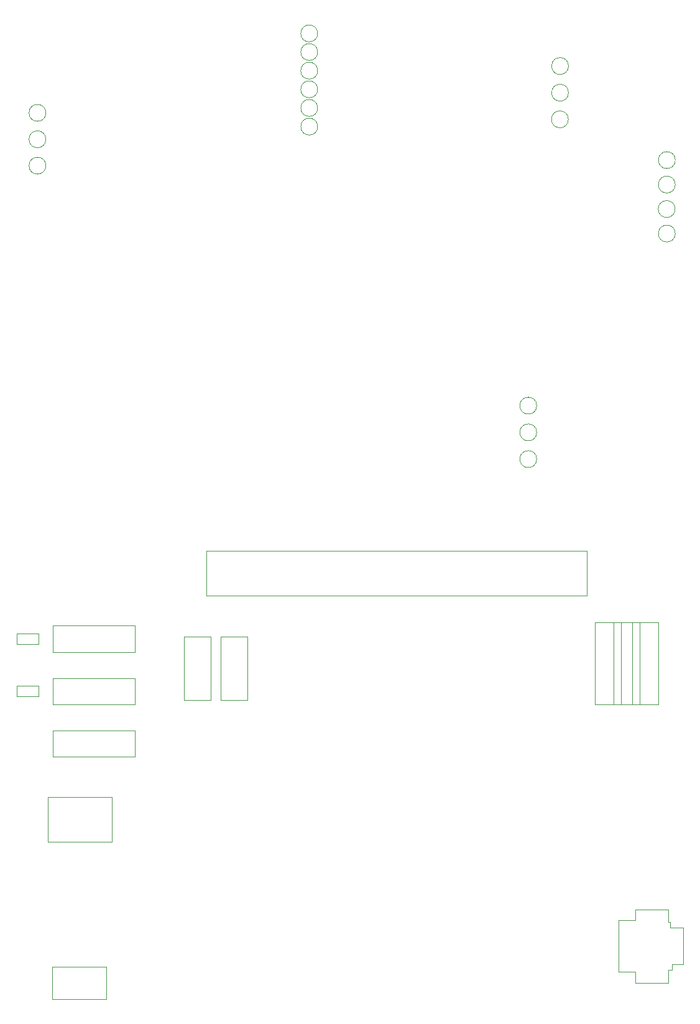
<source format=gbr>
G04 #@! TF.GenerationSoftware,KiCad,Pcbnew,(5.1.9)-1*
G04 #@! TF.CreationDate,2021-01-16T04:06:45-07:00*
G04 #@! TF.ProjectId,purplewizard-pogo,70757270-6c65-4776-997a-6172642d706f,1*
G04 #@! TF.SameCoordinates,PX774a7a0PYac0e4a0*
G04 #@! TF.FileFunction,Other,User*
%FSLAX46Y46*%
G04 Gerber Fmt 4.6, Leading zero omitted, Abs format (unit mm)*
G04 Created by KiCad (PCBNEW (5.1.9)-1) date 2021-01-16 04:06:45*
%MOMM*%
%LPD*%
G01*
G04 APERTURE LIST*
%ADD10C,0.120000*%
%ADD11C,0.050000*%
G04 APERTURE END LIST*
D10*
X90720000Y121710000D02*
G75*
G03*
X90720000Y121710000I-1150000J0D01*
G01*
X90720000Y118376667D02*
G75*
G03*
X90720000Y118376667I-1150000J0D01*
G01*
X90720000Y111710000D02*
G75*
G03*
X90720000Y111710000I-1150000J0D01*
G01*
X90700000Y115050000D02*
G75*
G03*
X90700000Y115050000I-1150000J0D01*
G01*
X42020000Y128808000D02*
G75*
G03*
X42020000Y128808000I-1150000J0D01*
G01*
X42020000Y136422000D02*
G75*
G03*
X42020000Y136422000I-1150000J0D01*
G01*
X42020000Y131346000D02*
G75*
G03*
X42020000Y131346000I-1150000J0D01*
G01*
X5008000Y128140000D02*
G75*
G03*
X5008000Y128140000I-1150000J0D01*
G01*
X42020000Y138960000D02*
G75*
G03*
X42020000Y138960000I-1150000J0D01*
G01*
X42020000Y133884000D02*
G75*
G03*
X42020000Y133884000I-1150000J0D01*
G01*
X42020000Y126270000D02*
G75*
G03*
X42020000Y126270000I-1150000J0D01*
G01*
X5008000Y120950000D02*
G75*
G03*
X5008000Y120950000I-1150000J0D01*
G01*
X5008000Y124545000D02*
G75*
G03*
X5008000Y124545000I-1150000J0D01*
G01*
X76160000Y127260000D02*
G75*
G03*
X76160000Y127260000I-1150000J0D01*
G01*
X76180000Y130890000D02*
G75*
G03*
X76180000Y130890000I-1150000J0D01*
G01*
X76180000Y134520000D02*
G75*
G03*
X76180000Y134520000I-1150000J0D01*
G01*
X71850000Y80990000D02*
G75*
G03*
X71850000Y80990000I-1150000J0D01*
G01*
X71850000Y84630000D02*
G75*
G03*
X71850000Y84630000I-1150000J0D01*
G01*
X71850000Y88270000D02*
G75*
G03*
X71850000Y88270000I-1150000J0D01*
G01*
D11*
X85280000Y9680000D02*
X89780000Y9680000D01*
X89780000Y9680000D02*
X89780000Y11430000D01*
X89780000Y11430000D02*
X90280000Y11430000D01*
X90280000Y11430000D02*
X90280000Y12180000D01*
X90280000Y12180000D02*
X91780000Y12180000D01*
X91780000Y12180000D02*
X91780000Y17180000D01*
X91780000Y17180000D02*
X90030000Y17180000D01*
X90030000Y17180000D02*
X90030000Y17930000D01*
X90030000Y17930000D02*
X89780000Y17930000D01*
X89780000Y17930000D02*
X89780000Y19680000D01*
X89780000Y19680000D02*
X85280000Y19680000D01*
X85280000Y19680000D02*
X85280000Y18180000D01*
X85280000Y18180000D02*
X83030000Y18180000D01*
X83030000Y18180000D02*
X83030000Y11180000D01*
X83030000Y11180000D02*
X85280000Y11180000D01*
X85280000Y11180000D02*
X85280000Y9680000D01*
X85280000Y9680000D02*
X85280000Y9680000D01*
X13240000Y7410000D02*
X13240000Y11860000D01*
X5840000Y7410000D02*
X13240000Y7410000D01*
X5840000Y11860000D02*
X5840000Y7410000D01*
X13240000Y11860000D02*
X5840000Y11860000D01*
X5955001Y40445001D02*
X17155001Y40445001D01*
X17155001Y40445001D02*
X17155001Y44045001D01*
X17155001Y44045001D02*
X5955001Y44045001D01*
X5955001Y44045001D02*
X5955001Y40445001D01*
X5955001Y51175001D02*
X5955001Y47575001D01*
X17155001Y51175001D02*
X5955001Y51175001D01*
X17155001Y47575001D02*
X17155001Y51175001D01*
X5955001Y47575001D02*
X17155001Y47575001D01*
X5955001Y58305001D02*
X5955001Y54705001D01*
X17155001Y58305001D02*
X5955001Y58305001D01*
X17155001Y54705001D02*
X17155001Y58305001D01*
X5955001Y54705001D02*
X17155001Y54705001D01*
X13960000Y28830000D02*
X13960000Y34980000D01*
X5310000Y28830000D02*
X13960000Y28830000D01*
X5310000Y34980000D02*
X5310000Y28830000D01*
X13960000Y34980000D02*
X5310000Y34980000D01*
X85890000Y58780000D02*
X82290000Y58780000D01*
X85890000Y47580000D02*
X85890000Y58780000D01*
X82290000Y47580000D02*
X85890000Y47580000D01*
X82290000Y58780000D02*
X82290000Y47580000D01*
X88430000Y58780000D02*
X84830000Y58780000D01*
X88430000Y47580000D02*
X88430000Y58780000D01*
X84830000Y47580000D02*
X88430000Y47580000D01*
X84830000Y58780000D02*
X84830000Y47580000D01*
X79750000Y58780000D02*
X79750000Y47580000D01*
X79750000Y47580000D02*
X83350000Y47580000D01*
X83350000Y47580000D02*
X83350000Y58780000D01*
X83350000Y58780000D02*
X79750000Y58780000D01*
X78700000Y62370000D02*
X78700000Y68520000D01*
X26850000Y62370000D02*
X78700000Y62370000D01*
X26850000Y68520000D02*
X26850000Y62370000D01*
X78700000Y68520000D02*
X26850000Y68520000D01*
X1050000Y48650000D02*
X1050000Y50110000D01*
X1050000Y50110000D02*
X4010000Y50110000D01*
X4010000Y50110000D02*
X4010000Y48650000D01*
X4010000Y48650000D02*
X1050000Y48650000D01*
X4010000Y55810000D02*
X1050000Y55810000D01*
X4010000Y57270000D02*
X4010000Y55810000D01*
X1050000Y57270000D02*
X4010000Y57270000D01*
X1050000Y55810000D02*
X1050000Y57270000D01*
X27450000Y56800000D02*
X23850000Y56800000D01*
X27450000Y48150000D02*
X27450000Y56800000D01*
X23850000Y48150000D02*
X27450000Y48150000D01*
X23850000Y56800000D02*
X23850000Y48150000D01*
X28830000Y56800000D02*
X28830000Y48150000D01*
X28830000Y48150000D02*
X32430000Y48150000D01*
X32430000Y48150000D02*
X32430000Y56800000D01*
X32430000Y56800000D02*
X28830000Y56800000D01*
M02*

</source>
